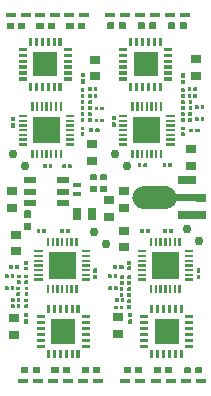
<source format=gtp>
G04 Layer: TopPasteMaskLayer*
G04 EasyEDA v6.5.22, 2023-04-03 13:48:28*
G04 438ef6ab04534b949e8f413d785863a0,3cec5f453c3247449836eb28e2eac2c3,10*
G04 Gerber Generator version 0.2*
G04 Scale: 100 percent, Rotated: No, Reflected: No *
G04 Dimensions in inches *
G04 leading zeros omitted , absolute positions ,3 integer and 6 decimal *
%FSLAX36Y36*%
%MOIN*%

%AMMACRO1*21,1,$1,$2,0,0,$3*%
%ADD10C,0.0300*%
%ADD11R,0.0354X0.0315*%
%ADD12MACRO1,0.0142X0.0366X90.0000*%
%ADD13R,0.0366X0.0142*%
%ADD14MACRO1,0.0142X0.0366X-90.0000*%
%ADD15R,0.0276X0.0157*%
%ADD16R,0.0276X0.0433*%
%ADD17R,0.0394X0.0217*%
%ADD18MACRO1,0.0265X0.062X90.0000*%
%ADD19C,0.0194*%

%LPD*%
G36*
X218840Y1337820D02*
G01*
X216080Y1335860D01*
X216080Y1318140D01*
X218840Y1316180D01*
X237740Y1316180D01*
X239720Y1318140D01*
X239720Y1335860D01*
X237740Y1337820D01*
G37*
G36*
X180260Y1337820D02*
G01*
X178299Y1335860D01*
X178299Y1318140D01*
X180260Y1316180D01*
X199160Y1316180D01*
X201920Y1318140D01*
X201920Y1335860D01*
X199160Y1337820D01*
G37*
G36*
X318840Y1337820D02*
G01*
X316080Y1335860D01*
X316080Y1318140D01*
X318840Y1316180D01*
X337740Y1316180D01*
X339720Y1318140D01*
X339720Y1335860D01*
X337740Y1337820D01*
G37*
G36*
X280260Y1337820D02*
G01*
X278300Y1335860D01*
X278300Y1318140D01*
X280260Y1316180D01*
X299160Y1316180D01*
X301920Y1318140D01*
X301920Y1335860D01*
X299160Y1337820D01*
G37*
G36*
X454840Y1339820D02*
G01*
X452080Y1337860D01*
X452080Y1320140D01*
X454840Y1318180D01*
X473740Y1318180D01*
X475700Y1320140D01*
X475700Y1337860D01*
X473740Y1339820D01*
G37*
G36*
X416260Y1339820D02*
G01*
X414300Y1337860D01*
X414300Y1320140D01*
X416260Y1318180D01*
X435160Y1318180D01*
X437920Y1320140D01*
X437920Y1337860D01*
X435160Y1339820D01*
G37*
G36*
X140140Y712680D02*
G01*
X138180Y710699D01*
X138180Y689840D01*
X140140Y687880D01*
X157860Y687880D01*
X159820Y689840D01*
X159820Y710699D01*
X157860Y712680D01*
G37*
G36*
X140140Y672120D02*
G01*
X138180Y670160D01*
X138180Y649300D01*
X140140Y647320D01*
X157860Y647320D01*
X159820Y649300D01*
X159820Y670160D01*
X157860Y672120D01*
G37*
G36*
X556840Y1339820D02*
G01*
X554080Y1337860D01*
X554080Y1320140D01*
X556840Y1318180D01*
X575740Y1318180D01*
X577720Y1320140D01*
X577720Y1337860D01*
X575740Y1339820D01*
G37*
G36*
X518260Y1339820D02*
G01*
X516300Y1337860D01*
X516300Y1320140D01*
X518260Y1318180D01*
X537160Y1318180D01*
X539920Y1320140D01*
X539920Y1337860D01*
X537160Y1339820D01*
G37*
G36*
X657840Y1339820D02*
G01*
X655080Y1337860D01*
X655080Y1320140D01*
X657840Y1318180D01*
X676740Y1318180D01*
X678720Y1320140D01*
X678720Y1337860D01*
X676740Y1339820D01*
G37*
G36*
X619260Y1339820D02*
G01*
X617300Y1337860D01*
X617300Y1320140D01*
X619260Y1318180D01*
X638160Y1318180D01*
X640920Y1320140D01*
X640920Y1337860D01*
X638160Y1339820D01*
G37*
G36*
X672260Y190820D02*
G01*
X670300Y188860D01*
X670300Y171140D01*
X672260Y169180D01*
X691160Y169180D01*
X693920Y171140D01*
X693920Y188860D01*
X691160Y190820D01*
G37*
G36*
X710840Y190820D02*
G01*
X708080Y188860D01*
X708080Y171140D01*
X710840Y169180D01*
X729740Y169180D01*
X731700Y171140D01*
X731700Y188860D01*
X729740Y190820D01*
G37*
G36*
X572260Y191820D02*
G01*
X570300Y189860D01*
X570300Y172140D01*
X572260Y170180D01*
X591160Y170180D01*
X593920Y172140D01*
X593920Y189860D01*
X591160Y191820D01*
G37*
G36*
X610840Y191820D02*
G01*
X608080Y189860D01*
X608080Y172140D01*
X610840Y170180D01*
X629740Y170180D01*
X631700Y172140D01*
X631700Y189860D01*
X629740Y191820D01*
G37*
G36*
X472260Y191820D02*
G01*
X470300Y189860D01*
X470300Y172140D01*
X472260Y170180D01*
X491160Y170180D01*
X493920Y172140D01*
X493920Y189860D01*
X491160Y191820D01*
G37*
G36*
X510840Y191820D02*
G01*
X508080Y189860D01*
X508080Y172140D01*
X510840Y170180D01*
X529740Y170180D01*
X531700Y172140D01*
X531700Y189860D01*
X529740Y191820D01*
G37*
G36*
X331260Y191820D02*
G01*
X329300Y189860D01*
X329300Y172140D01*
X331260Y170180D01*
X350160Y170180D01*
X352920Y172140D01*
X352920Y189860D01*
X350160Y191820D01*
G37*
G36*
X369840Y191820D02*
G01*
X367080Y189860D01*
X367080Y172140D01*
X369840Y170180D01*
X388740Y170180D01*
X390700Y172140D01*
X390700Y189860D01*
X388740Y191820D01*
G37*
G36*
X119840Y1337820D02*
G01*
X117080Y1335860D01*
X117080Y1318140D01*
X119840Y1316180D01*
X138740Y1316180D01*
X140700Y1318140D01*
X140700Y1335860D01*
X138740Y1337820D01*
G37*
G36*
X81260Y1337820D02*
G01*
X79300Y1335860D01*
X79300Y1318140D01*
X81260Y1316180D01*
X100160Y1316180D01*
X102920Y1318140D01*
X102920Y1335860D01*
X100160Y1337820D01*
G37*
G36*
X230260Y191820D02*
G01*
X228299Y189860D01*
X228299Y172140D01*
X230260Y170180D01*
X249160Y170180D01*
X251920Y172140D01*
X251920Y189860D01*
X249160Y191820D01*
G37*
G36*
X268840Y191820D02*
G01*
X266080Y189860D01*
X266080Y172140D01*
X268840Y170180D01*
X287740Y170180D01*
X289700Y172140D01*
X289700Y189860D01*
X287740Y191820D01*
G37*
G36*
X129260Y191820D02*
G01*
X127280Y189860D01*
X127280Y172140D01*
X129260Y170180D01*
X148160Y170180D01*
X150920Y172140D01*
X150920Y189860D01*
X148160Y191820D01*
G37*
G36*
X167840Y191820D02*
G01*
X165080Y189860D01*
X165080Y172140D01*
X167840Y170180D01*
X186740Y170180D01*
X188700Y172140D01*
X188700Y189860D01*
X186740Y191820D01*
G37*
G36*
X391880Y833620D02*
G01*
X390319Y832060D01*
X390319Y813940D01*
X391880Y812380D01*
X411599Y812380D01*
X413180Y813940D01*
X413180Y832060D01*
X411599Y833620D01*
G37*
G36*
X358400Y833620D02*
G01*
X356820Y832060D01*
X356820Y813940D01*
X358400Y812380D01*
X378120Y812380D01*
X379680Y813940D01*
X379680Y832060D01*
X378120Y833620D01*
G37*
G36*
X351460Y1100380D02*
G01*
X350520Y1099440D01*
X350520Y1088560D01*
X351460Y1087620D01*
X361860Y1087620D01*
X362819Y1088560D01*
X362819Y1099440D01*
X361860Y1100380D01*
G37*
G36*
X370140Y1100380D02*
G01*
X369180Y1099440D01*
X369180Y1088560D01*
X370140Y1087620D01*
X380540Y1087620D01*
X381480Y1088560D01*
X381480Y1099440D01*
X380540Y1100380D01*
G37*
G36*
X373459Y1058380D02*
G01*
X372520Y1057440D01*
X372520Y1046560D01*
X373459Y1045620D01*
X383860Y1045620D01*
X384820Y1046560D01*
X384820Y1057440D01*
X383860Y1058380D01*
G37*
G36*
X392140Y1058380D02*
G01*
X391180Y1057440D01*
X391180Y1046560D01*
X392140Y1045620D01*
X402540Y1045620D01*
X403480Y1046560D01*
X403480Y1057440D01*
X402540Y1058380D01*
G37*
G36*
X373459Y1018379D02*
G01*
X372520Y1017440D01*
X372520Y1006560D01*
X373459Y1005620D01*
X383860Y1005620D01*
X384820Y1006560D01*
X384820Y1017440D01*
X383860Y1018379D01*
G37*
G36*
X392140Y1018379D02*
G01*
X391180Y1017440D01*
X391180Y1006560D01*
X392140Y1005620D01*
X402540Y1005620D01*
X403480Y1006560D01*
X403480Y1017440D01*
X402540Y1018379D01*
G37*
G36*
X370140Y1123380D02*
G01*
X369180Y1122440D01*
X369180Y1111560D01*
X370140Y1110620D01*
X380540Y1110620D01*
X381480Y1111560D01*
X381480Y1122440D01*
X380540Y1123380D01*
G37*
G36*
X351460Y1123380D02*
G01*
X350520Y1122440D01*
X350520Y1111560D01*
X351460Y1110620D01*
X361860Y1110620D01*
X362819Y1111560D01*
X362819Y1122440D01*
X361860Y1123380D01*
G37*
G36*
X352560Y1079480D02*
G01*
X351620Y1078540D01*
X351620Y1068140D01*
X352560Y1067180D01*
X363440Y1067180D01*
X364380Y1068140D01*
X364380Y1078540D01*
X363440Y1079480D01*
G37*
G36*
X352560Y1060820D02*
G01*
X351620Y1059860D01*
X351620Y1049460D01*
X352560Y1048520D01*
X363440Y1048520D01*
X364380Y1049460D01*
X364380Y1059860D01*
X363440Y1060820D01*
G37*
G36*
X350560Y1039479D02*
G01*
X349620Y1038540D01*
X349620Y1028139D01*
X350560Y1027180D01*
X361440Y1027180D01*
X362380Y1028139D01*
X362380Y1038540D01*
X361440Y1039479D01*
G37*
G36*
X350560Y1020819D02*
G01*
X349620Y1019860D01*
X349620Y1009460D01*
X350560Y1008520D01*
X361440Y1008520D01*
X362380Y1009460D01*
X362380Y1019860D01*
X361440Y1020819D01*
G37*
G36*
X326560Y1039479D02*
G01*
X325620Y1038540D01*
X325620Y1028139D01*
X326560Y1027180D01*
X337440Y1027180D01*
X338380Y1028139D01*
X338380Y1038540D01*
X337440Y1039479D01*
G37*
G36*
X326560Y1020819D02*
G01*
X325620Y1019860D01*
X325620Y1009460D01*
X326560Y1008520D01*
X337440Y1008520D01*
X338380Y1009460D01*
X338380Y1019860D01*
X337440Y1020819D01*
G37*
G36*
X326560Y1060820D02*
G01*
X325620Y1059860D01*
X325620Y1049460D01*
X326560Y1048520D01*
X337440Y1048520D01*
X338380Y1049460D01*
X338380Y1059860D01*
X337440Y1060820D01*
G37*
G36*
X326560Y1079480D02*
G01*
X325620Y1078540D01*
X325620Y1068140D01*
X326560Y1067180D01*
X337440Y1067180D01*
X338380Y1068140D01*
X338380Y1078540D01*
X337440Y1079480D01*
G37*
G36*
X326560Y1119480D02*
G01*
X325620Y1118540D01*
X325620Y1108140D01*
X326560Y1107180D01*
X337440Y1107180D01*
X338380Y1108140D01*
X338380Y1118540D01*
X337440Y1119480D01*
G37*
G36*
X326560Y1100820D02*
G01*
X325620Y1099860D01*
X325620Y1089460D01*
X326560Y1088520D01*
X337440Y1088520D01*
X338380Y1089460D01*
X338380Y1099860D01*
X337440Y1100820D01*
G37*
G36*
X284140Y866380D02*
G01*
X283180Y865440D01*
X283180Y854560D01*
X284140Y853620D01*
X294540Y853620D01*
X295480Y854560D01*
X295480Y865440D01*
X294540Y866380D01*
G37*
G36*
X265460Y866380D02*
G01*
X264520Y865440D01*
X264520Y854560D01*
X265460Y853620D01*
X275860Y853620D01*
X276820Y854560D01*
X276820Y865440D01*
X275860Y866380D01*
G37*
G36*
X326560Y991480D02*
G01*
X325620Y990540D01*
X325620Y980140D01*
X326560Y979180D01*
X337440Y979180D01*
X338380Y980140D01*
X338380Y990540D01*
X337440Y991480D01*
G37*
G36*
X326560Y972820D02*
G01*
X325620Y971860D01*
X325620Y961460D01*
X326560Y960520D01*
X337440Y960520D01*
X338380Y961460D01*
X338380Y971860D01*
X337440Y972820D01*
G37*
G36*
X220140Y866380D02*
G01*
X219180Y865440D01*
X219180Y854560D01*
X220140Y853620D01*
X230539Y853620D01*
X231480Y854560D01*
X231480Y865440D01*
X230539Y866380D01*
G37*
G36*
X201460Y866380D02*
G01*
X200520Y865440D01*
X200520Y854560D01*
X201460Y853620D01*
X211860Y853620D01*
X212820Y854560D01*
X212820Y865440D01*
X211860Y866380D01*
G37*
G36*
X516960Y869380D02*
G01*
X516019Y868439D01*
X516019Y857560D01*
X516960Y856620D01*
X527360Y856620D01*
X528320Y857560D01*
X528320Y868439D01*
X527360Y869380D01*
G37*
G36*
X535640Y869380D02*
G01*
X534680Y868439D01*
X534680Y857560D01*
X535640Y856620D01*
X546040Y856620D01*
X546980Y857560D01*
X546980Y868439D01*
X546040Y869380D01*
G37*
G36*
X660560Y991480D02*
G01*
X659620Y990540D01*
X659620Y980140D01*
X660560Y979180D01*
X671440Y979180D01*
X672380Y980140D01*
X672380Y990540D01*
X671440Y991480D01*
G37*
G36*
X660560Y972800D02*
G01*
X659620Y971860D01*
X659620Y961460D01*
X660560Y960520D01*
X671440Y960520D01*
X672380Y961460D01*
X672380Y971860D01*
X671440Y972800D01*
G37*
G36*
X618140Y870380D02*
G01*
X617180Y869440D01*
X617180Y858560D01*
X618140Y857620D01*
X628540Y857620D01*
X629480Y858560D01*
X629480Y869440D01*
X628540Y870380D01*
G37*
G36*
X599460Y870380D02*
G01*
X598520Y869440D01*
X598520Y858560D01*
X599460Y857620D01*
X609860Y857620D01*
X610820Y858560D01*
X610820Y869440D01*
X609860Y870380D01*
G37*
G36*
X660560Y1119480D02*
G01*
X659620Y1118540D01*
X659620Y1108140D01*
X660560Y1107180D01*
X671440Y1107180D01*
X672380Y1108140D01*
X672380Y1118540D01*
X671440Y1119480D01*
G37*
G36*
X660560Y1100820D02*
G01*
X659620Y1099860D01*
X659620Y1089460D01*
X660560Y1088520D01*
X671440Y1088520D01*
X672380Y1089460D01*
X672380Y1099860D01*
X671440Y1100820D01*
G37*
G36*
X660560Y1060820D02*
G01*
X659620Y1059860D01*
X659620Y1049460D01*
X660560Y1048520D01*
X671440Y1048520D01*
X672380Y1049460D01*
X672380Y1059860D01*
X671440Y1060820D01*
G37*
G36*
X660560Y1079480D02*
G01*
X659620Y1078540D01*
X659620Y1068140D01*
X660560Y1067180D01*
X671440Y1067180D01*
X672380Y1068140D01*
X672380Y1078540D01*
X671440Y1079480D01*
G37*
G36*
X660560Y1039479D02*
G01*
X659620Y1038540D01*
X659620Y1028139D01*
X660560Y1027180D01*
X671440Y1027180D01*
X672380Y1028139D01*
X672380Y1038540D01*
X671440Y1039479D01*
G37*
G36*
X660560Y1020819D02*
G01*
X659620Y1019860D01*
X659620Y1009460D01*
X660560Y1008520D01*
X671440Y1008520D01*
X672380Y1009460D01*
X672380Y1019860D01*
X671440Y1020819D01*
G37*
G36*
X684560Y1039479D02*
G01*
X683620Y1038540D01*
X683620Y1028139D01*
X684560Y1027180D01*
X695440Y1027180D01*
X696380Y1028139D01*
X696380Y1038540D01*
X695440Y1039479D01*
G37*
G36*
X684560Y1020819D02*
G01*
X683620Y1019860D01*
X683620Y1009460D01*
X684560Y1008520D01*
X695440Y1008520D01*
X696380Y1009460D01*
X696380Y1019860D01*
X695440Y1020819D01*
G37*
G36*
X686560Y1079480D02*
G01*
X685620Y1078540D01*
X685620Y1068140D01*
X686560Y1067180D01*
X697440Y1067180D01*
X698379Y1068140D01*
X698379Y1078540D01*
X697440Y1079480D01*
G37*
G36*
X686560Y1060820D02*
G01*
X685620Y1059860D01*
X685620Y1049460D01*
X686560Y1048520D01*
X697440Y1048520D01*
X698379Y1049460D01*
X698379Y1059860D01*
X697440Y1060820D01*
G37*
G36*
X702140Y1122380D02*
G01*
X701180Y1121440D01*
X701180Y1110560D01*
X702140Y1109620D01*
X712540Y1109620D01*
X713480Y1110560D01*
X713480Y1121440D01*
X712540Y1122380D01*
G37*
G36*
X683460Y1122380D02*
G01*
X682520Y1121440D01*
X682520Y1110560D01*
X683460Y1109620D01*
X693860Y1109620D01*
X694820Y1110560D01*
X694820Y1121440D01*
X693860Y1122380D01*
G37*
G36*
X707460Y1022380D02*
G01*
X706520Y1021440D01*
X706520Y1010560D01*
X707460Y1009620D01*
X717860Y1009620D01*
X718820Y1010560D01*
X718820Y1021440D01*
X717860Y1022380D01*
G37*
G36*
X726140Y1022380D02*
G01*
X725180Y1021440D01*
X725180Y1010560D01*
X726140Y1009620D01*
X736540Y1009620D01*
X737480Y1010560D01*
X737480Y1021440D01*
X736540Y1022380D01*
G37*
G36*
X707460Y1062380D02*
G01*
X706520Y1061440D01*
X706520Y1050560D01*
X707460Y1049620D01*
X717860Y1049620D01*
X718820Y1050560D01*
X718820Y1061440D01*
X717860Y1062380D01*
G37*
G36*
X726140Y1062380D02*
G01*
X725180Y1061440D01*
X725180Y1050560D01*
X726140Y1049620D01*
X736540Y1049620D01*
X737480Y1050560D01*
X737480Y1061440D01*
X736540Y1062380D01*
G37*
G36*
X683460Y1100380D02*
G01*
X682520Y1099440D01*
X682520Y1088560D01*
X683460Y1087620D01*
X693860Y1087620D01*
X694820Y1088560D01*
X694820Y1099440D01*
X693860Y1100380D01*
G37*
G36*
X702140Y1100380D02*
G01*
X701180Y1099440D01*
X701180Y1088560D01*
X702140Y1087620D01*
X712540Y1087620D01*
X713480Y1088560D01*
X713480Y1099440D01*
X712540Y1100380D01*
G37*
G36*
X602460Y650380D02*
G01*
X601520Y649440D01*
X601520Y638560D01*
X602460Y637620D01*
X612860Y637620D01*
X613820Y638560D01*
X613820Y649440D01*
X612860Y650380D01*
G37*
G36*
X621140Y650380D02*
G01*
X620180Y649440D01*
X620180Y638560D01*
X621140Y637620D01*
X631540Y637620D01*
X632480Y638560D01*
X632480Y649440D01*
X631540Y650380D01*
G37*
G36*
X482560Y525820D02*
G01*
X481620Y524860D01*
X481620Y514460D01*
X482560Y513519D01*
X493440Y513519D01*
X494380Y514460D01*
X494380Y524860D01*
X493440Y525820D01*
G37*
G36*
X482560Y544480D02*
G01*
X481620Y543540D01*
X481620Y533140D01*
X482560Y532180D01*
X493440Y532180D01*
X494380Y533140D01*
X494380Y543540D01*
X493440Y544480D01*
G37*
G36*
X525460Y651380D02*
G01*
X524520Y650440D01*
X524520Y639560D01*
X525460Y638620D01*
X535860Y638620D01*
X536820Y639560D01*
X536820Y650440D01*
X535860Y651380D01*
G37*
G36*
X544140Y651380D02*
G01*
X543180Y650440D01*
X543180Y639560D01*
X544140Y638620D01*
X554540Y638620D01*
X555480Y639560D01*
X555480Y650440D01*
X554540Y651380D01*
G37*
G36*
X482560Y397819D02*
G01*
X481620Y396860D01*
X481620Y386460D01*
X482560Y385520D01*
X493440Y385520D01*
X494380Y386460D01*
X494380Y396860D01*
X493440Y397819D01*
G37*
G36*
X482560Y416480D02*
G01*
X481620Y415540D01*
X481620Y405140D01*
X482560Y404180D01*
X493440Y404180D01*
X494380Y405140D01*
X494380Y415540D01*
X493440Y416480D01*
G37*
G36*
X482560Y456480D02*
G01*
X481620Y455540D01*
X481620Y445140D01*
X482560Y444180D01*
X493440Y444180D01*
X494380Y445140D01*
X494380Y455540D01*
X493440Y456480D01*
G37*
G36*
X482560Y437819D02*
G01*
X481620Y436860D01*
X481620Y426460D01*
X482560Y425520D01*
X493440Y425520D01*
X494380Y426460D01*
X494380Y436860D01*
X493440Y437819D01*
G37*
G36*
X482560Y477819D02*
G01*
X481620Y476860D01*
X481620Y466460D01*
X482560Y465520D01*
X493440Y465520D01*
X494380Y466460D01*
X494380Y476860D01*
X493440Y477819D01*
G37*
G36*
X482560Y496480D02*
G01*
X481620Y495540D01*
X481620Y485140D01*
X482560Y484180D01*
X493440Y484180D01*
X494380Y485140D01*
X494380Y495540D01*
X493440Y496480D01*
G37*
G36*
X458560Y477819D02*
G01*
X457620Y476860D01*
X457620Y466460D01*
X458560Y465520D01*
X469440Y465520D01*
X470379Y466460D01*
X470379Y476860D01*
X469440Y477819D01*
G37*
G36*
X458560Y496480D02*
G01*
X457620Y495540D01*
X457620Y485140D01*
X458560Y484180D01*
X469440Y484180D01*
X470379Y485140D01*
X470379Y495540D01*
X469440Y496480D01*
G37*
G36*
X456560Y437819D02*
G01*
X455620Y436860D01*
X455620Y426460D01*
X456560Y425520D01*
X467440Y425520D01*
X468380Y426460D01*
X468380Y436860D01*
X467440Y437819D01*
G37*
G36*
X456560Y456480D02*
G01*
X455620Y455540D01*
X455620Y445140D01*
X456560Y444180D01*
X467440Y444180D01*
X468380Y445140D01*
X468380Y455540D01*
X467440Y456480D01*
G37*
G36*
X437460Y395379D02*
G01*
X436520Y394440D01*
X436520Y383560D01*
X437460Y382620D01*
X447860Y382620D01*
X448820Y383560D01*
X448820Y394440D01*
X447860Y395379D01*
G37*
G36*
X456140Y395379D02*
G01*
X455180Y394440D01*
X455180Y383560D01*
X456140Y382620D01*
X466540Y382620D01*
X467480Y383560D01*
X467480Y394440D01*
X466540Y395379D01*
G37*
G36*
X436140Y499380D02*
G01*
X435180Y498440D01*
X435180Y487560D01*
X436140Y486620D01*
X446540Y486620D01*
X447480Y487560D01*
X447480Y498440D01*
X446540Y499380D01*
G37*
G36*
X417460Y499380D02*
G01*
X416520Y498440D01*
X416520Y487560D01*
X417460Y486620D01*
X427860Y486620D01*
X428820Y487560D01*
X428820Y498440D01*
X427860Y499380D01*
G37*
G36*
X437140Y459380D02*
G01*
X436180Y458440D01*
X436180Y447560D01*
X437140Y446620D01*
X447540Y446620D01*
X448480Y447560D01*
X448480Y458440D01*
X447540Y459380D01*
G37*
G36*
X418459Y459380D02*
G01*
X417520Y458440D01*
X417520Y447560D01*
X418459Y446620D01*
X428860Y446620D01*
X429820Y447560D01*
X429820Y458440D01*
X428860Y459380D01*
G37*
G36*
X460140Y419380D02*
G01*
X459180Y418440D01*
X459180Y407560D01*
X460140Y406620D01*
X470540Y406620D01*
X471480Y407560D01*
X471480Y418440D01*
X470540Y419380D01*
G37*
G36*
X441460Y419380D02*
G01*
X440520Y418440D01*
X440520Y407560D01*
X441460Y406620D01*
X451860Y406620D01*
X452819Y407560D01*
X452819Y418440D01*
X451860Y419380D01*
G37*
G36*
X258460Y650380D02*
G01*
X257520Y649440D01*
X257520Y638560D01*
X258460Y637620D01*
X268860Y637620D01*
X269820Y638560D01*
X269820Y649440D01*
X268860Y650380D01*
G37*
G36*
X277140Y650380D02*
G01*
X276180Y649440D01*
X276180Y638560D01*
X277140Y637620D01*
X287540Y637620D01*
X288480Y638560D01*
X288480Y649440D01*
X287540Y650380D01*
G37*
G36*
X138560Y524820D02*
G01*
X137620Y523860D01*
X137620Y513459D01*
X138560Y512520D01*
X149440Y512520D01*
X150380Y513459D01*
X150380Y523860D01*
X149440Y524820D01*
G37*
G36*
X138560Y543480D02*
G01*
X137620Y542540D01*
X137620Y532140D01*
X138560Y531180D01*
X149440Y531180D01*
X150380Y532140D01*
X150380Y542540D01*
X149440Y543480D01*
G37*
G36*
X179460Y651380D02*
G01*
X178520Y650440D01*
X178520Y639560D01*
X179460Y638620D01*
X189860Y638620D01*
X190820Y639560D01*
X190820Y650440D01*
X189860Y651380D01*
G37*
G36*
X198140Y651380D02*
G01*
X197180Y650440D01*
X197180Y639560D01*
X198140Y638620D01*
X208540Y638620D01*
X209480Y639560D01*
X209480Y650440D01*
X208540Y651380D01*
G37*
G36*
X138560Y399820D02*
G01*
X137620Y398860D01*
X137620Y388459D01*
X138560Y387520D01*
X149440Y387520D01*
X150380Y388459D01*
X150380Y398860D01*
X149440Y399820D01*
G37*
G36*
X138560Y418480D02*
G01*
X137620Y417540D01*
X137620Y407140D01*
X138560Y406180D01*
X149440Y406180D01*
X150380Y407140D01*
X150380Y417540D01*
X149440Y418480D01*
G37*
G36*
X139560Y458480D02*
G01*
X138620Y457540D01*
X138620Y447140D01*
X139560Y446180D01*
X150440Y446180D01*
X151380Y447140D01*
X151380Y457540D01*
X150440Y458480D01*
G37*
G36*
X139560Y439820D02*
G01*
X138620Y438860D01*
X138620Y428459D01*
X139560Y427520D01*
X150440Y427520D01*
X151380Y428459D01*
X151380Y438860D01*
X150440Y439820D01*
G37*
G36*
X138560Y479820D02*
G01*
X137620Y478860D01*
X137620Y468459D01*
X138560Y467520D01*
X149440Y467520D01*
X150380Y468459D01*
X150380Y478860D01*
X149440Y479820D01*
G37*
G36*
X138560Y498480D02*
G01*
X137620Y497540D01*
X137620Y487140D01*
X138560Y486180D01*
X149440Y486180D01*
X150380Y487140D01*
X150380Y497540D01*
X149440Y498480D01*
G37*
G36*
X113560Y479820D02*
G01*
X112620Y478860D01*
X112620Y468459D01*
X113560Y467520D01*
X124440Y467520D01*
X125380Y468459D01*
X125380Y478860D01*
X124440Y479820D01*
G37*
G36*
X113560Y498480D02*
G01*
X112620Y497540D01*
X112620Y487140D01*
X113560Y486180D01*
X124440Y486180D01*
X125380Y487140D01*
X125380Y497540D01*
X124440Y498480D01*
G37*
G36*
X112560Y439820D02*
G01*
X111620Y438860D01*
X111620Y428459D01*
X112560Y427520D01*
X123440Y427520D01*
X124380Y428459D01*
X124380Y438860D01*
X123440Y439820D01*
G37*
G36*
X112560Y458480D02*
G01*
X111620Y457540D01*
X111620Y447140D01*
X112560Y446180D01*
X123440Y446180D01*
X124380Y447140D01*
X124380Y457540D01*
X123440Y458480D01*
G37*
G36*
X94460Y399380D02*
G01*
X93520Y398440D01*
X93520Y387560D01*
X94460Y386620D01*
X104860Y386620D01*
X105820Y387560D01*
X105820Y398440D01*
X104860Y399380D01*
G37*
G36*
X113140Y399380D02*
G01*
X112180Y398440D01*
X112180Y387560D01*
X113140Y386620D01*
X123539Y386620D01*
X124480Y387560D01*
X124480Y398440D01*
X123539Y399380D01*
G37*
G36*
X93140Y499380D02*
G01*
X92180Y498440D01*
X92180Y487560D01*
X93140Y486620D01*
X103539Y486620D01*
X104480Y487560D01*
X104480Y498440D01*
X103539Y499380D01*
G37*
G36*
X74460Y499380D02*
G01*
X73520Y498440D01*
X73520Y487560D01*
X74460Y486620D01*
X84860Y486620D01*
X85820Y487560D01*
X85820Y498440D01*
X84860Y499380D01*
G37*
G36*
X93140Y459380D02*
G01*
X92180Y458440D01*
X92180Y447560D01*
X93140Y446620D01*
X103539Y446620D01*
X104480Y447560D01*
X104480Y458440D01*
X103539Y459380D01*
G37*
G36*
X74460Y459380D02*
G01*
X73520Y458440D01*
X73520Y447560D01*
X74460Y446620D01*
X84860Y446620D01*
X85820Y447560D01*
X85820Y458440D01*
X84860Y459380D01*
G37*
G36*
X113140Y419380D02*
G01*
X112180Y418440D01*
X112180Y407560D01*
X113140Y406620D01*
X123539Y406620D01*
X124480Y407560D01*
X124480Y418440D01*
X123539Y419380D01*
G37*
G36*
X94460Y419380D02*
G01*
X93520Y418440D01*
X93520Y407560D01*
X94460Y406620D01*
X104860Y406620D01*
X105820Y407560D01*
X105820Y418440D01*
X104860Y419380D01*
G37*
G36*
X167120Y1024100D02*
G01*
X167120Y935920D01*
X255320Y935920D01*
X255320Y1024100D01*
G37*
G36*
X160820Y915040D02*
G01*
X160820Y887480D01*
X168700Y887480D01*
X168700Y915040D01*
G37*
G36*
X176560Y915040D02*
G01*
X176560Y887480D01*
X184440Y887480D01*
X184440Y915040D01*
G37*
G36*
X192320Y915040D02*
G01*
X192320Y887480D01*
X200200Y887480D01*
X200200Y915040D01*
G37*
G36*
X208060Y915060D02*
G01*
X208060Y887500D01*
X215940Y887500D01*
X215940Y915060D01*
G37*
G36*
X223800Y915040D02*
G01*
X223800Y887480D01*
X231680Y887480D01*
X231680Y915040D01*
G37*
G36*
X239560Y915040D02*
G01*
X239560Y887480D01*
X247440Y887480D01*
X247440Y915040D01*
G37*
G36*
X255300Y915040D02*
G01*
X255300Y887480D01*
X263180Y887480D01*
X263180Y915040D01*
G37*
G36*
X255300Y1072520D02*
G01*
X255300Y1044960D01*
X263180Y1044960D01*
X263180Y1072520D01*
G37*
G36*
X239560Y1072520D02*
G01*
X239560Y1044960D01*
X247440Y1044960D01*
X247440Y1072520D01*
G37*
G36*
X223800Y1072520D02*
G01*
X223800Y1044960D01*
X231680Y1044960D01*
X231680Y1072520D01*
G37*
G36*
X208060Y1072540D02*
G01*
X208060Y1044980D01*
X215940Y1044980D01*
X215940Y1072540D01*
G37*
G36*
X192320Y1072520D02*
G01*
X192320Y1044960D01*
X200200Y1044960D01*
X200200Y1072520D01*
G37*
G36*
X176560Y1072520D02*
G01*
X176560Y1044960D01*
X184440Y1044960D01*
X184440Y1072520D01*
G37*
G36*
X160820Y1072520D02*
G01*
X160820Y1044960D01*
X168700Y1044960D01*
X168700Y1072520D01*
G37*
G36*
X276960Y1031180D02*
G01*
X276960Y1023300D01*
X304520Y1023300D01*
X304520Y1031180D01*
G37*
G36*
X276960Y1015440D02*
G01*
X276960Y1007560D01*
X304520Y1007560D01*
X304520Y1015440D01*
G37*
G36*
X276960Y999680D02*
G01*
X276960Y991800D01*
X304520Y991800D01*
X304520Y999680D01*
G37*
G36*
X276940Y983940D02*
G01*
X276940Y976060D01*
X304500Y976060D01*
X304500Y983940D01*
G37*
G36*
X276960Y968199D02*
G01*
X276960Y960320D01*
X304520Y960320D01*
X304520Y968199D01*
G37*
G36*
X276960Y952440D02*
G01*
X276960Y944560D01*
X304520Y944560D01*
X304520Y952440D01*
G37*
G36*
X276960Y936700D02*
G01*
X276960Y928820D01*
X304520Y928820D01*
X304520Y936700D01*
G37*
G36*
X119480Y1031180D02*
G01*
X119480Y1023300D01*
X147040Y1023300D01*
X147040Y1031180D01*
G37*
G36*
X119480Y1015440D02*
G01*
X119480Y1007560D01*
X147040Y1007560D01*
X147040Y1015440D01*
G37*
G36*
X119480Y999680D02*
G01*
X119480Y991800D01*
X147040Y991800D01*
X147040Y999680D01*
G37*
G36*
X119460Y983940D02*
G01*
X119460Y976060D01*
X147020Y976060D01*
X147020Y983940D01*
G37*
G36*
X119480Y968199D02*
G01*
X119480Y960320D01*
X147040Y960320D01*
X147040Y968199D01*
G37*
G36*
X119480Y952440D02*
G01*
X119480Y944560D01*
X147040Y944560D01*
X147040Y952440D01*
G37*
G36*
X119480Y936700D02*
G01*
X119480Y928820D01*
X147040Y928820D01*
X147040Y936700D01*
G37*
G36*
X501120Y1024100D02*
G01*
X501120Y935920D01*
X589320Y935920D01*
X589320Y1024100D01*
G37*
G36*
X494820Y915040D02*
G01*
X494820Y887480D01*
X502700Y887480D01*
X502700Y915040D01*
G37*
G36*
X510560Y915040D02*
G01*
X510560Y887480D01*
X518440Y887480D01*
X518440Y915040D01*
G37*
G36*
X526320Y915040D02*
G01*
X526320Y887480D01*
X534200Y887480D01*
X534200Y915040D01*
G37*
G36*
X542060Y915060D02*
G01*
X542060Y887480D01*
X549940Y887480D01*
X549940Y915060D01*
G37*
G36*
X557800Y915040D02*
G01*
X557800Y887480D01*
X565680Y887480D01*
X565680Y915040D01*
G37*
G36*
X573560Y915040D02*
G01*
X573560Y887480D01*
X581440Y887480D01*
X581440Y915040D01*
G37*
G36*
X589300Y915040D02*
G01*
X589300Y887480D01*
X597180Y887480D01*
X597180Y915040D01*
G37*
G36*
X589300Y1072520D02*
G01*
X589300Y1044960D01*
X597180Y1044960D01*
X597180Y1072520D01*
G37*
G36*
X573560Y1072520D02*
G01*
X573560Y1044960D01*
X581440Y1044960D01*
X581440Y1072520D01*
G37*
G36*
X557800Y1072520D02*
G01*
X557800Y1044960D01*
X565680Y1044960D01*
X565680Y1072520D01*
G37*
G36*
X542060Y1072540D02*
G01*
X542060Y1044960D01*
X549940Y1044960D01*
X549940Y1072540D01*
G37*
G36*
X526320Y1072520D02*
G01*
X526320Y1044960D01*
X534200Y1044960D01*
X534200Y1072520D01*
G37*
G36*
X510560Y1072520D02*
G01*
X510560Y1044960D01*
X518440Y1044960D01*
X518440Y1072520D01*
G37*
G36*
X494820Y1072520D02*
G01*
X494820Y1044960D01*
X502700Y1044960D01*
X502700Y1072520D01*
G37*
G36*
X610960Y1031180D02*
G01*
X610960Y1023300D01*
X638520Y1023300D01*
X638520Y1031180D01*
G37*
G36*
X610960Y1015440D02*
G01*
X610960Y1007560D01*
X638520Y1007560D01*
X638520Y1015440D01*
G37*
G36*
X610960Y999680D02*
G01*
X610960Y991800D01*
X638520Y991800D01*
X638520Y999680D01*
G37*
G36*
X610940Y983940D02*
G01*
X610940Y976060D01*
X638500Y976060D01*
X638500Y983940D01*
G37*
G36*
X610960Y968199D02*
G01*
X610960Y960320D01*
X638520Y960320D01*
X638520Y968199D01*
G37*
G36*
X610960Y952440D02*
G01*
X610960Y944560D01*
X638520Y944560D01*
X638520Y952440D01*
G37*
G36*
X610960Y936700D02*
G01*
X610960Y928820D01*
X638520Y928820D01*
X638520Y936700D01*
G37*
G36*
X453480Y1031180D02*
G01*
X453480Y1023300D01*
X481040Y1023300D01*
X481040Y1031180D01*
G37*
G36*
X453480Y1015440D02*
G01*
X453480Y1007560D01*
X481040Y1007560D01*
X481040Y1015440D01*
G37*
G36*
X453480Y999680D02*
G01*
X453480Y991800D01*
X481040Y991800D01*
X481040Y999680D01*
G37*
G36*
X453459Y983940D02*
G01*
X453459Y976060D01*
X481019Y976060D01*
X481019Y983940D01*
G37*
G36*
X453480Y968199D02*
G01*
X453480Y960320D01*
X481040Y960320D01*
X481040Y968199D01*
G37*
G36*
X453480Y952440D02*
G01*
X453480Y944560D01*
X481040Y944560D01*
X481040Y952440D01*
G37*
G36*
X453480Y936700D02*
G01*
X453480Y928820D01*
X481040Y928820D01*
X481040Y936700D01*
G37*
G36*
X564680Y573080D02*
G01*
X564680Y484900D01*
X652880Y484900D01*
X652880Y573080D01*
G37*
G36*
X651300Y621520D02*
G01*
X651300Y593960D01*
X659180Y593960D01*
X659180Y621520D01*
G37*
G36*
X635560Y621520D02*
G01*
X635560Y593960D01*
X643439Y593960D01*
X643439Y621520D01*
G37*
G36*
X619800Y621520D02*
G01*
X619800Y593960D01*
X627680Y593960D01*
X627680Y621520D01*
G37*
G36*
X604060Y621500D02*
G01*
X604060Y593940D01*
X611940Y593940D01*
X611940Y621500D01*
G37*
G36*
X588320Y621520D02*
G01*
X588320Y593960D01*
X596200Y593960D01*
X596200Y621520D01*
G37*
G36*
X572560Y621520D02*
G01*
X572560Y593960D01*
X580440Y593960D01*
X580440Y621520D01*
G37*
G36*
X556820Y621520D02*
G01*
X556820Y593960D01*
X564700Y593960D01*
X564700Y621520D01*
G37*
G36*
X556820Y464040D02*
G01*
X556820Y436480D01*
X564700Y436480D01*
X564700Y464040D01*
G37*
G36*
X572560Y464040D02*
G01*
X572560Y436480D01*
X580440Y436480D01*
X580440Y464040D01*
G37*
G36*
X588320Y464040D02*
G01*
X588320Y436480D01*
X596200Y436480D01*
X596200Y464040D01*
G37*
G36*
X604060Y464020D02*
G01*
X604060Y436460D01*
X611940Y436460D01*
X611940Y464020D01*
G37*
G36*
X619800Y464040D02*
G01*
X619800Y436480D01*
X627680Y436480D01*
X627680Y464040D01*
G37*
G36*
X635560Y464040D02*
G01*
X635560Y436480D01*
X643439Y436480D01*
X643439Y464040D01*
G37*
G36*
X651300Y464040D02*
G01*
X651300Y436480D01*
X659180Y436480D01*
X659180Y464040D01*
G37*
G36*
X515480Y485700D02*
G01*
X515480Y477819D01*
X543040Y477819D01*
X543040Y485700D01*
G37*
G36*
X515480Y501440D02*
G01*
X515480Y493560D01*
X543040Y493560D01*
X543040Y501440D01*
G37*
G36*
X515480Y517200D02*
G01*
X515480Y509320D01*
X543040Y509320D01*
X543040Y517200D01*
G37*
G36*
X515500Y532940D02*
G01*
X515500Y525060D01*
X543060Y525060D01*
X543060Y532940D01*
G37*
G36*
X515480Y548680D02*
G01*
X515480Y540800D01*
X543040Y540800D01*
X543040Y548680D01*
G37*
G36*
X515480Y564440D02*
G01*
X515480Y556560D01*
X543040Y556560D01*
X543040Y564440D01*
G37*
G36*
X515480Y580180D02*
G01*
X515480Y572300D01*
X543040Y572300D01*
X543040Y580180D01*
G37*
G36*
X672960Y485700D02*
G01*
X672960Y477819D01*
X700520Y477819D01*
X700520Y485700D01*
G37*
G36*
X672960Y501440D02*
G01*
X672960Y493560D01*
X700520Y493560D01*
X700520Y501440D01*
G37*
G36*
X672960Y517200D02*
G01*
X672960Y509320D01*
X700520Y509320D01*
X700520Y517200D01*
G37*
G36*
X672980Y532940D02*
G01*
X672980Y525060D01*
X700540Y525060D01*
X700540Y532940D01*
G37*
G36*
X672960Y548680D02*
G01*
X672960Y540800D01*
X700520Y540800D01*
X700520Y548680D01*
G37*
G36*
X672960Y564440D02*
G01*
X672960Y556560D01*
X700520Y556560D01*
X700520Y564440D01*
G37*
G36*
X672960Y580180D02*
G01*
X672960Y572300D01*
X700520Y572300D01*
X700520Y580180D01*
G37*
G36*
X220680Y573080D02*
G01*
X220680Y484900D01*
X308880Y484900D01*
X308880Y573080D01*
G37*
G36*
X307300Y621520D02*
G01*
X307300Y593960D01*
X315180Y593960D01*
X315180Y621520D01*
G37*
G36*
X291560Y621520D02*
G01*
X291560Y593960D01*
X299440Y593960D01*
X299440Y621520D01*
G37*
G36*
X275800Y621520D02*
G01*
X275800Y593960D01*
X283680Y593960D01*
X283680Y621520D01*
G37*
G36*
X260060Y621500D02*
G01*
X260060Y593940D01*
X267940Y593940D01*
X267940Y621500D01*
G37*
G36*
X244320Y621520D02*
G01*
X244320Y593960D01*
X252200Y593960D01*
X252200Y621520D01*
G37*
G36*
X228560Y621520D02*
G01*
X228560Y593960D01*
X236439Y593960D01*
X236439Y621520D01*
G37*
G36*
X212820Y621520D02*
G01*
X212820Y593960D01*
X220700Y593960D01*
X220700Y621520D01*
G37*
G36*
X212820Y464040D02*
G01*
X212820Y436480D01*
X220700Y436480D01*
X220700Y464040D01*
G37*
G36*
X228560Y464040D02*
G01*
X228560Y436480D01*
X236439Y436480D01*
X236439Y464040D01*
G37*
G36*
X244320Y464040D02*
G01*
X244320Y436480D01*
X252200Y436480D01*
X252200Y464040D01*
G37*
G36*
X260060Y464020D02*
G01*
X260060Y436460D01*
X267940Y436460D01*
X267940Y464020D01*
G37*
G36*
X275800Y464040D02*
G01*
X275800Y436480D01*
X283680Y436480D01*
X283680Y464040D01*
G37*
G36*
X291560Y464040D02*
G01*
X291560Y436480D01*
X299440Y436480D01*
X299440Y464040D01*
G37*
G36*
X307300Y464040D02*
G01*
X307300Y436480D01*
X315180Y436480D01*
X315180Y464040D01*
G37*
G36*
X171480Y485700D02*
G01*
X171480Y477819D01*
X199040Y477819D01*
X199040Y485700D01*
G37*
G36*
X171480Y501440D02*
G01*
X171480Y493560D01*
X199040Y493560D01*
X199040Y501440D01*
G37*
G36*
X171480Y517200D02*
G01*
X171480Y509320D01*
X199040Y509320D01*
X199040Y517200D01*
G37*
G36*
X171500Y532940D02*
G01*
X171500Y525060D01*
X199060Y525060D01*
X199060Y532940D01*
G37*
G36*
X171480Y548680D02*
G01*
X171480Y540800D01*
X199040Y540800D01*
X199040Y548680D01*
G37*
G36*
X171480Y564440D02*
G01*
X171480Y556560D01*
X199040Y556560D01*
X199040Y564440D01*
G37*
G36*
X171480Y580180D02*
G01*
X171480Y572300D01*
X199040Y572300D01*
X199040Y580180D01*
G37*
G36*
X328960Y485700D02*
G01*
X328960Y477819D01*
X356520Y477819D01*
X356520Y485700D01*
G37*
G36*
X328960Y501440D02*
G01*
X328960Y493560D01*
X356520Y493560D01*
X356520Y501440D01*
G37*
G36*
X328960Y517200D02*
G01*
X328960Y509320D01*
X356520Y509320D01*
X356520Y517200D01*
G37*
G36*
X328980Y532940D02*
G01*
X328980Y525060D01*
X356540Y525060D01*
X356540Y532940D01*
G37*
G36*
X328960Y548680D02*
G01*
X328960Y540800D01*
X356520Y540800D01*
X356520Y548680D01*
G37*
G36*
X328960Y564440D02*
G01*
X328960Y556560D01*
X356520Y556560D01*
X356520Y564440D01*
G37*
G36*
X328960Y580180D02*
G01*
X328960Y572300D01*
X356520Y572300D01*
X356520Y580180D01*
G37*
G36*
X119820Y1156300D02*
G01*
X119820Y1145280D01*
X146000Y1145280D01*
X146000Y1156300D01*
G37*
G36*
X119820Y1175980D02*
G01*
X119820Y1164960D01*
X146000Y1164960D01*
X146000Y1175980D01*
G37*
G36*
X119820Y1195660D02*
G01*
X119820Y1184640D01*
X146000Y1184640D01*
X146000Y1195660D01*
G37*
G36*
X119820Y1215360D02*
G01*
X119820Y1204340D01*
X146000Y1204340D01*
X146000Y1215360D01*
G37*
G36*
X119820Y1235040D02*
G01*
X119820Y1224020D01*
X146000Y1224020D01*
X146000Y1235040D01*
G37*
G36*
X119820Y1254720D02*
G01*
X119820Y1243700D01*
X146000Y1243700D01*
X146000Y1254720D01*
G37*
G36*
X153280Y1288180D02*
G01*
X153280Y1262000D01*
X164300Y1262000D01*
X164300Y1288180D01*
G37*
G36*
X172960Y1288180D02*
G01*
X172960Y1262000D01*
X183980Y1262000D01*
X183980Y1288180D01*
G37*
G36*
X192640Y1288180D02*
G01*
X192640Y1262000D01*
X203660Y1262000D01*
X203660Y1288180D01*
G37*
G36*
X212340Y1288180D02*
G01*
X212340Y1262000D01*
X223359Y1262000D01*
X223359Y1288180D01*
G37*
G36*
X232020Y1288180D02*
G01*
X232020Y1262000D01*
X243039Y1262000D01*
X243039Y1288180D01*
G37*
G36*
X251700Y1288180D02*
G01*
X251700Y1262000D01*
X262720Y1262000D01*
X262720Y1288180D01*
G37*
G36*
X270000Y1254720D02*
G01*
X270000Y1243700D01*
X296180Y1243700D01*
X296180Y1254720D01*
G37*
G36*
X270000Y1235040D02*
G01*
X270000Y1224020D01*
X296180Y1224020D01*
X296180Y1235040D01*
G37*
G36*
X270000Y1215360D02*
G01*
X270000Y1204340D01*
X296180Y1204340D01*
X296180Y1215360D01*
G37*
G36*
X270000Y1195660D02*
G01*
X270000Y1184640D01*
X296180Y1184640D01*
X296180Y1195660D01*
G37*
G36*
X270000Y1175980D02*
G01*
X270000Y1164960D01*
X296180Y1164960D01*
X296180Y1175980D01*
G37*
G36*
X270000Y1156300D02*
G01*
X270000Y1145280D01*
X296180Y1145280D01*
X296180Y1156300D01*
G37*
G36*
X251700Y1138000D02*
G01*
X251700Y1111820D01*
X262720Y1111820D01*
X262720Y1138000D01*
G37*
G36*
X232020Y1138000D02*
G01*
X232020Y1111820D01*
X243039Y1111820D01*
X243039Y1138000D01*
G37*
G36*
X212340Y1138000D02*
G01*
X212340Y1111820D01*
X223359Y1111820D01*
X223359Y1138000D01*
G37*
G36*
X192640Y1138000D02*
G01*
X192640Y1111820D01*
X203660Y1111820D01*
X203660Y1138000D01*
G37*
G36*
X172960Y1138000D02*
G01*
X172960Y1111820D01*
X183980Y1111820D01*
X183980Y1138000D01*
G37*
G36*
X153280Y1138000D02*
G01*
X153280Y1111820D01*
X164300Y1111820D01*
X164300Y1138000D01*
G37*
G36*
X167840Y1240160D02*
G01*
X167840Y1159840D01*
X248160Y1159840D01*
X248160Y1240160D01*
G37*
G36*
X453820Y1156300D02*
G01*
X453820Y1145280D01*
X480000Y1145280D01*
X480000Y1156300D01*
G37*
G36*
X453820Y1175980D02*
G01*
X453820Y1164960D01*
X480000Y1164960D01*
X480000Y1175980D01*
G37*
G36*
X453820Y1195660D02*
G01*
X453820Y1184640D01*
X480000Y1184640D01*
X480000Y1195660D01*
G37*
G36*
X453820Y1215360D02*
G01*
X453820Y1204340D01*
X480000Y1204340D01*
X480000Y1215360D01*
G37*
G36*
X453820Y1235040D02*
G01*
X453820Y1224020D01*
X480000Y1224020D01*
X480000Y1235040D01*
G37*
G36*
X453820Y1254720D02*
G01*
X453820Y1243700D01*
X480000Y1243700D01*
X480000Y1254720D01*
G37*
G36*
X487280Y1288180D02*
G01*
X487280Y1262000D01*
X498300Y1262000D01*
X498300Y1288180D01*
G37*
G36*
X506960Y1288180D02*
G01*
X506960Y1262000D01*
X517980Y1262000D01*
X517980Y1288180D01*
G37*
G36*
X526640Y1288180D02*
G01*
X526640Y1262000D01*
X537660Y1262000D01*
X537660Y1288180D01*
G37*
G36*
X546340Y1288180D02*
G01*
X546340Y1262000D01*
X557360Y1262000D01*
X557360Y1288180D01*
G37*
G36*
X566020Y1288180D02*
G01*
X566020Y1262000D01*
X577040Y1262000D01*
X577040Y1288180D01*
G37*
G36*
X585700Y1288180D02*
G01*
X585700Y1262000D01*
X596720Y1262000D01*
X596720Y1288180D01*
G37*
G36*
X604000Y1254720D02*
G01*
X604000Y1243700D01*
X630180Y1243700D01*
X630180Y1254720D01*
G37*
G36*
X604000Y1235040D02*
G01*
X604000Y1224020D01*
X630180Y1224020D01*
X630180Y1235040D01*
G37*
G36*
X604000Y1215360D02*
G01*
X604000Y1204340D01*
X630180Y1204340D01*
X630180Y1215360D01*
G37*
G36*
X604000Y1195660D02*
G01*
X604000Y1184640D01*
X630180Y1184640D01*
X630180Y1195660D01*
G37*
G36*
X604000Y1175980D02*
G01*
X604000Y1164960D01*
X630180Y1164960D01*
X630180Y1175980D01*
G37*
G36*
X604000Y1156300D02*
G01*
X604000Y1145280D01*
X630180Y1145280D01*
X630180Y1156300D01*
G37*
G36*
X585700Y1138000D02*
G01*
X585700Y1111820D01*
X596720Y1111820D01*
X596720Y1138000D01*
G37*
G36*
X566020Y1138000D02*
G01*
X566020Y1111820D01*
X577040Y1111820D01*
X577040Y1138000D01*
G37*
G36*
X546340Y1138000D02*
G01*
X546340Y1111820D01*
X557360Y1111820D01*
X557360Y1138000D01*
G37*
G36*
X526640Y1138000D02*
G01*
X526640Y1111820D01*
X537660Y1111820D01*
X537660Y1138000D01*
G37*
G36*
X506960Y1138000D02*
G01*
X506960Y1111820D01*
X517980Y1111820D01*
X517980Y1138000D01*
G37*
G36*
X487280Y1138000D02*
G01*
X487280Y1111820D01*
X498300Y1111820D01*
X498300Y1138000D01*
G37*
G36*
X501840Y1240160D02*
G01*
X501840Y1159840D01*
X582160Y1159840D01*
X582160Y1240160D01*
G37*
G36*
X674000Y363720D02*
G01*
X674000Y352700D01*
X700180Y352700D01*
X700180Y363720D01*
G37*
G36*
X674000Y344040D02*
G01*
X674000Y333020D01*
X700180Y333020D01*
X700180Y344040D01*
G37*
G36*
X674000Y324360D02*
G01*
X674000Y313340D01*
X700180Y313340D01*
X700180Y324360D01*
G37*
G36*
X674000Y304660D02*
G01*
X674000Y293640D01*
X700180Y293640D01*
X700180Y304660D01*
G37*
G36*
X674000Y284980D02*
G01*
X674000Y273960D01*
X700180Y273960D01*
X700180Y284980D01*
G37*
G36*
X674000Y265300D02*
G01*
X674000Y254280D01*
X700180Y254280D01*
X700180Y265300D01*
G37*
G36*
X655699Y247000D02*
G01*
X655699Y220820D01*
X666720Y220820D01*
X666720Y247000D01*
G37*
G36*
X636020Y247000D02*
G01*
X636020Y220820D01*
X647039Y220820D01*
X647039Y247000D01*
G37*
G36*
X616340Y247000D02*
G01*
X616340Y220820D01*
X627360Y220820D01*
X627360Y247000D01*
G37*
G36*
X596640Y247000D02*
G01*
X596640Y220820D01*
X607660Y220820D01*
X607660Y247000D01*
G37*
G36*
X576960Y247000D02*
G01*
X576960Y220820D01*
X587980Y220820D01*
X587980Y247000D01*
G37*
G36*
X557280Y247000D02*
G01*
X557280Y220820D01*
X568300Y220820D01*
X568300Y247000D01*
G37*
G36*
X523820Y265300D02*
G01*
X523820Y254280D01*
X550000Y254280D01*
X550000Y265300D01*
G37*
G36*
X523820Y284980D02*
G01*
X523820Y273960D01*
X550000Y273960D01*
X550000Y284980D01*
G37*
G36*
X523820Y304660D02*
G01*
X523820Y293640D01*
X550000Y293640D01*
X550000Y304660D01*
G37*
G36*
X523820Y324360D02*
G01*
X523820Y313340D01*
X550000Y313340D01*
X550000Y324360D01*
G37*
G36*
X523820Y344040D02*
G01*
X523820Y333020D01*
X550000Y333020D01*
X550000Y344040D01*
G37*
G36*
X523820Y363720D02*
G01*
X523820Y352700D01*
X550000Y352700D01*
X550000Y363720D01*
G37*
G36*
X557280Y397180D02*
G01*
X557280Y371000D01*
X568300Y371000D01*
X568300Y397180D01*
G37*
G36*
X576960Y397180D02*
G01*
X576960Y371000D01*
X587980Y371000D01*
X587980Y397180D01*
G37*
G36*
X596640Y397180D02*
G01*
X596640Y371000D01*
X607660Y371000D01*
X607660Y397180D01*
G37*
G36*
X616340Y397180D02*
G01*
X616340Y371000D01*
X627360Y371000D01*
X627360Y397180D01*
G37*
G36*
X636020Y397180D02*
G01*
X636020Y371000D01*
X647039Y371000D01*
X647039Y397180D01*
G37*
G36*
X655699Y397180D02*
G01*
X655699Y371000D01*
X666720Y371000D01*
X666720Y397180D01*
G37*
G36*
X571840Y349159D02*
G01*
X571840Y268840D01*
X652159Y268840D01*
X652159Y349159D01*
G37*
G36*
X330000Y363720D02*
G01*
X330000Y352700D01*
X356180Y352700D01*
X356180Y363720D01*
G37*
G36*
X330000Y344040D02*
G01*
X330000Y333020D01*
X356180Y333020D01*
X356180Y344040D01*
G37*
G36*
X330000Y324360D02*
G01*
X330000Y313340D01*
X356180Y313340D01*
X356180Y324360D01*
G37*
G36*
X330000Y304660D02*
G01*
X330000Y293640D01*
X356180Y293640D01*
X356180Y304660D01*
G37*
G36*
X330000Y284980D02*
G01*
X330000Y273960D01*
X356180Y273960D01*
X356180Y284980D01*
G37*
G36*
X330000Y265300D02*
G01*
X330000Y254280D01*
X356180Y254280D01*
X356180Y265300D01*
G37*
G36*
X311700Y247000D02*
G01*
X311700Y220820D01*
X322720Y220820D01*
X322720Y247000D01*
G37*
G36*
X292020Y247000D02*
G01*
X292020Y220820D01*
X303040Y220820D01*
X303040Y247000D01*
G37*
G36*
X272340Y247000D02*
G01*
X272340Y220820D01*
X283360Y220820D01*
X283360Y247000D01*
G37*
G36*
X252640Y247000D02*
G01*
X252640Y220820D01*
X263660Y220820D01*
X263660Y247000D01*
G37*
G36*
X232960Y247000D02*
G01*
X232960Y220820D01*
X243980Y220820D01*
X243980Y247000D01*
G37*
G36*
X213280Y247000D02*
G01*
X213280Y220820D01*
X224300Y220820D01*
X224300Y247000D01*
G37*
G36*
X179820Y265300D02*
G01*
X179820Y254280D01*
X206000Y254280D01*
X206000Y265300D01*
G37*
G36*
X179820Y284980D02*
G01*
X179820Y273960D01*
X206000Y273960D01*
X206000Y284980D01*
G37*
G36*
X179820Y304660D02*
G01*
X179820Y293640D01*
X206000Y293640D01*
X206000Y304660D01*
G37*
G36*
X179820Y324360D02*
G01*
X179820Y313340D01*
X206000Y313340D01*
X206000Y324360D01*
G37*
G36*
X179820Y344040D02*
G01*
X179820Y333020D01*
X206000Y333020D01*
X206000Y344040D01*
G37*
G36*
X179820Y363720D02*
G01*
X179820Y352700D01*
X206000Y352700D01*
X206000Y363720D01*
G37*
G36*
X213280Y397180D02*
G01*
X213280Y371000D01*
X224300Y371000D01*
X224300Y397180D01*
G37*
G36*
X232960Y397180D02*
G01*
X232960Y371000D01*
X243980Y371000D01*
X243980Y397180D01*
G37*
G36*
X252640Y397180D02*
G01*
X252640Y371000D01*
X263660Y371000D01*
X263660Y397180D01*
G37*
G36*
X272340Y397180D02*
G01*
X272340Y371000D01*
X283360Y371000D01*
X283360Y397180D01*
G37*
G36*
X292020Y397180D02*
G01*
X292020Y371000D01*
X303040Y371000D01*
X303040Y397180D01*
G37*
G36*
X311700Y397180D02*
G01*
X311700Y371000D01*
X322720Y371000D01*
X322720Y397180D01*
G37*
G36*
X227840Y349159D02*
G01*
X227840Y268840D01*
X308160Y268840D01*
X308160Y349159D01*
G37*
G36*
X358400Y794640D02*
G01*
X356820Y793060D01*
X356820Y774940D01*
X358400Y773360D01*
X378120Y773360D01*
X379680Y774940D01*
X379680Y793060D01*
X378120Y794640D01*
G37*
G36*
X391880Y794640D02*
G01*
X390319Y793060D01*
X390319Y774940D01*
X391880Y773360D01*
X411599Y773360D01*
X413180Y774940D01*
X413180Y793060D01*
X411599Y794640D01*
G37*
G36*
X327560Y1149320D02*
G01*
X326620Y1148360D01*
X326620Y1135400D01*
X327560Y1134460D01*
X338440Y1134460D01*
X339380Y1135400D01*
X339380Y1148360D01*
X338440Y1149320D01*
G37*
G36*
X327560Y1170540D02*
G01*
X326620Y1169600D01*
X326620Y1156640D01*
X327560Y1155680D01*
X338440Y1155680D01*
X339380Y1156640D01*
X339380Y1169600D01*
X338440Y1170540D01*
G37*
G36*
X430060Y1006320D02*
G01*
X429120Y1005360D01*
X429120Y992400D01*
X430060Y991460D01*
X440940Y991460D01*
X441880Y992400D01*
X441880Y1005360D01*
X440940Y1006320D01*
G37*
G36*
X430060Y1027540D02*
G01*
X429120Y1026600D01*
X429120Y1013640D01*
X430060Y1012680D01*
X440940Y1012680D01*
X441880Y1013640D01*
X441880Y1026600D01*
X440940Y1027540D01*
G37*
G36*
X95060Y1003319D02*
G01*
X94120Y1002360D01*
X94120Y989400D01*
X95060Y988460D01*
X105940Y988460D01*
X106880Y989400D01*
X106880Y1002360D01*
X105940Y1003319D01*
G37*
G36*
X95060Y1024539D02*
G01*
X94120Y1023600D01*
X94120Y1010639D01*
X95060Y1009680D01*
X105940Y1009680D01*
X106880Y1010639D01*
X106880Y1023600D01*
X105940Y1024539D01*
G37*
G36*
X375140Y986380D02*
G01*
X374180Y985440D01*
X374180Y974560D01*
X375140Y973620D01*
X388100Y973620D01*
X389040Y974560D01*
X389040Y985440D01*
X388100Y986380D01*
G37*
G36*
X353900Y986380D02*
G01*
X352960Y985440D01*
X352960Y974560D01*
X353900Y973620D01*
X366860Y973620D01*
X367819Y974560D01*
X367819Y985440D01*
X366860Y986380D01*
G37*
G36*
X660560Y1148820D02*
G01*
X659620Y1147860D01*
X659620Y1134900D01*
X660560Y1133960D01*
X671440Y1133960D01*
X672380Y1134900D01*
X672380Y1147860D01*
X671440Y1148820D01*
G37*
G36*
X660560Y1170040D02*
G01*
X659620Y1169100D01*
X659620Y1156140D01*
X660560Y1155180D01*
X671440Y1155180D01*
X672380Y1156140D01*
X672380Y1169100D01*
X671440Y1170040D01*
G37*
G36*
X708640Y985380D02*
G01*
X707680Y984440D01*
X707680Y973560D01*
X708640Y972620D01*
X721600Y972620D01*
X722540Y973560D01*
X722540Y984440D01*
X721600Y985380D01*
G37*
G36*
X687400Y985380D02*
G01*
X686460Y984440D01*
X686460Y973560D01*
X687400Y972620D01*
X700360Y972620D01*
X701320Y973560D01*
X701320Y984440D01*
X700360Y985380D01*
G37*
G36*
X713060Y520040D02*
G01*
X712120Y519099D01*
X712120Y506140D01*
X713060Y505180D01*
X723940Y505180D01*
X724880Y506140D01*
X724880Y519099D01*
X723940Y520040D01*
G37*
G36*
X713060Y498820D02*
G01*
X712120Y497860D01*
X712120Y484900D01*
X713060Y483960D01*
X723940Y483960D01*
X724880Y484900D01*
X724880Y497860D01*
X723940Y498820D01*
G37*
G36*
X485060Y371040D02*
G01*
X484120Y370100D01*
X484120Y357140D01*
X485060Y356180D01*
X495940Y356180D01*
X496880Y357140D01*
X496880Y370100D01*
X495940Y371040D01*
G37*
G36*
X485060Y349820D02*
G01*
X484120Y348860D01*
X484120Y335900D01*
X485060Y334960D01*
X495940Y334960D01*
X496880Y335900D01*
X496880Y348860D01*
X495940Y349820D01*
G37*
G36*
X433400Y529380D02*
G01*
X432460Y528440D01*
X432460Y517560D01*
X433400Y516620D01*
X446360Y516620D01*
X447320Y517560D01*
X447320Y528440D01*
X446360Y529380D01*
G37*
G36*
X454640Y529380D02*
G01*
X453680Y528440D01*
X453680Y517560D01*
X454640Y516620D01*
X467600Y516620D01*
X468540Y517560D01*
X468540Y528440D01*
X467600Y529380D01*
G37*
G36*
X368560Y519540D02*
G01*
X367620Y518600D01*
X367620Y505640D01*
X368560Y504680D01*
X379440Y504680D01*
X380379Y505640D01*
X380379Y518600D01*
X379440Y519540D01*
G37*
G36*
X368560Y498320D02*
G01*
X367620Y497360D01*
X367620Y484400D01*
X368560Y483459D01*
X379440Y483459D01*
X380379Y484400D01*
X380379Y497360D01*
X379440Y498320D01*
G37*
G36*
X86400Y529880D02*
G01*
X85460Y528940D01*
X85460Y518060D01*
X86400Y517120D01*
X99360Y517120D01*
X100320Y518060D01*
X100320Y528940D01*
X99360Y529880D01*
G37*
G36*
X107640Y529880D02*
G01*
X106679Y528940D01*
X106679Y518060D01*
X107640Y517120D01*
X120600Y517120D01*
X121540Y518060D01*
X121540Y528940D01*
X120600Y529880D01*
G37*
G36*
X137560Y371540D02*
G01*
X136620Y370600D01*
X136620Y357640D01*
X137560Y356680D01*
X148440Y356680D01*
X149380Y357640D01*
X149380Y370600D01*
X148440Y371540D01*
G37*
G36*
X137560Y350319D02*
G01*
X136620Y349360D01*
X136620Y336400D01*
X137560Y335460D01*
X148440Y335460D01*
X149380Y336400D01*
X149380Y349360D01*
X148440Y350319D01*
G37*
D10*
G01*
X100000Y900000D03*
G01*
X140000Y860000D03*
G01*
X440000Y900000D03*
G01*
X480000Y860000D03*
G01*
X680000Y650000D03*
G01*
X720000Y610000D03*
G01*
X369000Y640000D03*
G01*
X409000Y600000D03*
D11*
G01*
X469000Y775560D03*
G01*
X469000Y720439D03*
G01*
X375000Y1214560D03*
G01*
X375000Y1159439D03*
G01*
X710999Y1216559D03*
G01*
X710999Y1161439D03*
G01*
X449000Y301439D03*
G01*
X449000Y356559D03*
G01*
X101999Y298440D03*
G01*
X101999Y353560D03*
G01*
X419000Y690940D03*
G01*
X419000Y746060D03*
D12*
G01*
X145000Y1363999D03*
D13*
G01*
X95000Y1364000D03*
D12*
G01*
X240999Y1363999D03*
D13*
G01*
X190999Y1364000D03*
D12*
G01*
X337000Y1363999D03*
D13*
G01*
X286999Y1364000D03*
D12*
G01*
X472999Y1363999D03*
D13*
G01*
X423000Y1364000D03*
D12*
G01*
X572999Y1363999D03*
D13*
G01*
X523000Y1364000D03*
D12*
G01*
X672999Y1363999D03*
D13*
G01*
X623000Y1364000D03*
D14*
G01*
X675999Y145000D03*
D13*
G01*
X725999Y145000D03*
D14*
G01*
X575999Y145000D03*
D13*
G01*
X625999Y145000D03*
D14*
G01*
X475000Y145000D03*
D13*
G01*
X525000Y145000D03*
D14*
G01*
X334000Y145000D03*
D13*
G01*
X384000Y145000D03*
D14*
G01*
X234000Y145000D03*
D13*
G01*
X284000Y145000D03*
D14*
G01*
X134000Y145000D03*
D13*
G01*
X184000Y145000D03*
D15*
G01*
X314000Y768220D03*
G01*
X314000Y795779D03*
D16*
G01*
X313310Y701999D03*
G01*
X364690Y701999D03*
D17*
G01*
X267119Y812399D03*
G01*
X267119Y775000D03*
G01*
X267119Y737600D03*
G01*
X156880Y737600D03*
G01*
X156880Y775000D03*
G01*
X156880Y812399D03*
D18*
G01*
X678898Y696450D03*
G01*
X678898Y814560D03*
G36*
X535610Y792895D02*
G01*
X608609Y792895D01*
X610363Y792853D01*
X612111Y792729D01*
X613854Y792525D01*
X615583Y792238D01*
X617298Y791871D01*
X618994Y791423D01*
X620666Y790898D01*
X622312Y790293D01*
X623928Y789612D01*
X625511Y788858D01*
X627056Y788029D01*
X628562Y787127D01*
X630022Y786158D01*
X631437Y785120D01*
X632800Y784018D01*
X634110Y782853D01*
X635365Y781628D01*
X636560Y780345D01*
X637695Y779008D01*
X638764Y777618D01*
X639769Y776181D01*
X640703Y774697D01*
X641568Y773171D01*
X642361Y771608D01*
X643079Y768485D01*
X709904Y768485D01*
X709904Y742502D01*
X643079Y742502D01*
X642361Y739378D01*
X641568Y737814D01*
X640703Y736287D01*
X639769Y734804D01*
X638764Y733366D01*
X637695Y731977D01*
X636560Y730641D01*
X635365Y729358D01*
X634110Y728132D01*
X632800Y726966D01*
X631437Y725864D01*
X630022Y724828D01*
X628562Y723858D01*
X627056Y722957D01*
X625511Y722127D01*
X623928Y721372D01*
X622312Y720691D01*
X620666Y720088D01*
X618994Y719562D01*
X617298Y719115D01*
X615583Y718746D01*
X613854Y718461D01*
X612111Y718256D01*
X610363Y718132D01*
X608609Y718090D01*
X535610Y718090D01*
X533857Y718132D01*
X532107Y718256D01*
X530365Y718461D01*
X528635Y718746D01*
X526921Y719115D01*
X525225Y719562D01*
X523553Y720088D01*
X521907Y720691D01*
X520291Y721372D01*
X518708Y722127D01*
X517163Y722957D01*
X515657Y723858D01*
X514196Y724828D01*
X512782Y725864D01*
X511419Y726966D01*
X510109Y728132D01*
X508854Y729358D01*
X507658Y730641D01*
X506525Y731977D01*
X505455Y733366D01*
X504450Y734804D01*
X503515Y736287D01*
X502651Y737814D01*
X501858Y739378D01*
X501140Y740978D01*
X500497Y742609D01*
X499931Y744268D01*
X499445Y745954D01*
X499038Y747660D01*
X498710Y749382D01*
X498465Y751118D01*
X498301Y752865D01*
X498218Y754616D01*
X498218Y756370D01*
X498301Y758121D01*
X498465Y759866D01*
X498710Y761604D01*
X499038Y763326D01*
X499445Y765032D01*
X499931Y766716D01*
X500497Y768377D01*
X501140Y770007D01*
X501858Y771608D01*
X502651Y773171D01*
X503515Y774697D01*
X504450Y776181D01*
X505455Y777618D01*
X506525Y779008D01*
X507658Y780345D01*
X508854Y781628D01*
X510109Y782853D01*
X511419Y784018D01*
X512782Y785120D01*
X514196Y786158D01*
X515657Y787127D01*
X517163Y788029D01*
X518708Y788858D01*
X520291Y789612D01*
X521907Y790293D01*
X523553Y790898D01*
X525225Y791423D01*
X526921Y791871D01*
X528635Y792238D01*
X530365Y792525D01*
X532107Y792729D01*
X533857Y792853D01*
G37*
D11*
G01*
X364000Y877939D03*
G01*
X364000Y933060D03*
G01*
X694000Y861939D03*
G01*
X694000Y917060D03*
G01*
X468499Y644560D03*
G01*
X468499Y589439D03*
G01*
X109000Y631060D03*
G01*
X109000Y575940D03*
G01*
X726999Y752559D03*
G01*
X726999Y697440D03*
G01*
X95500Y775560D03*
G01*
X95500Y720439D03*
M02*

</source>
